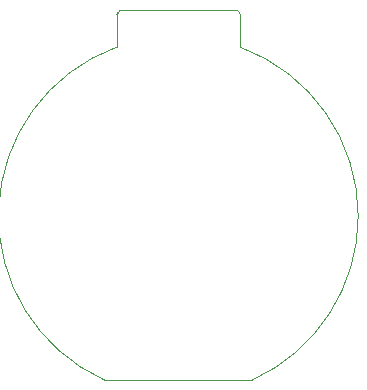
<source format=gko>
G04*
G04 #@! TF.GenerationSoftware,Altium Limited,Altium Designer,20.2.6 (244)*
G04*
G04 Layer_Color=16711935*
%FSLAX25Y25*%
%MOIN*%
G70*
G04*
G04 #@! TF.SameCoordinates,8D702C91-D224-4EEC-953A-651AC819B964*
G04*
G04*
G04 #@! TF.FilePolarity,Positive*
G04*
G01*
G75*
%ADD96C,0.00394*%
%ADD97C,0.00394*%
D96*
X-20497Y110889D02*
G03*
X-24627Y-110I20497J-56339D01*
G01*
X-20237Y122396D02*
G03*
X-20497Y121764I637J-631D01*
G01*
X-20237Y122396D02*
G03*
X-20238Y122394I284J-275D01*
G01*
X-20232Y122400D02*
G03*
X-20237Y122396I280J-280D01*
G01*
X-20236Y122397D02*
G03*
X-20237Y122396I636J-632D01*
G01*
X-20232Y122400D02*
G03*
X-20235Y122397I140J-140D01*
G01*
X-20232Y122400D02*
G03*
X-20234Y122399I137J-143D01*
G01*
D02*
G03*
X-20235Y122397I139J-142D01*
G01*
D02*
G03*
X-20236Y122397I140J-140D01*
G01*
X-20235Y122397D02*
G03*
X-20236Y122397I635J-633D01*
G01*
X-20232Y122400D02*
G03*
X-20235Y122397I632J-636D01*
G01*
X-20232Y122401D02*
G03*
X-20232Y122400I632J-636D01*
G01*
X-20231Y122402D02*
G03*
X-20232Y122401I139J-142D01*
G01*
X-20231Y122401D02*
G03*
X-20232Y122401I631J-637D01*
G01*
X-20231Y122401D02*
G03*
X-20232Y122400I139J-141D01*
G01*
X-19650Y122983D02*
G03*
X-19651Y122981I139J-141D01*
G01*
X-19650Y122983D02*
G03*
X-19651Y122981I140J-141D01*
G01*
D02*
G03*
X-19652Y122980I140J-140D01*
G01*
X-19651Y122981D02*
G03*
X-19652Y122980I281J-278D01*
G01*
X-19650Y122983D02*
G03*
X-19651Y122981I635J-632D01*
G01*
X-19030Y123247D02*
G03*
X-19650Y122983I15J-896D01*
G01*
X-19014Y123247D02*
G03*
X-19030Y123247I0J-395D01*
G01*
X-19027Y123247D02*
G03*
X-19030Y123247I12J-896D01*
G01*
X-19024Y123247D02*
G03*
X-19027Y123247I-0J-198D01*
G01*
X-19014Y123247D02*
G03*
X-19024Y123247I0J-198D01*
G01*
X19115Y123247D02*
G03*
X19114Y123247I-0J-198D01*
G01*
X19117Y123247D02*
G03*
X19115Y123247I-3J-898D01*
G01*
X19121Y123247D02*
G03*
X19117Y123247I-6J-198D01*
G01*
X19121Y123247D02*
G03*
X19117Y123247I-6J-198D01*
G01*
X19118D02*
G03*
X19117Y123247I-1J-198D01*
G01*
X19119Y123247D02*
G03*
X19118Y123247I-5J-898D01*
G01*
X19745Y122987D02*
G03*
X19119Y123247I-631J-639D01*
G01*
X19746Y122986D02*
G03*
X19745Y122987I-633J-638D01*
G01*
X19747Y122986D02*
G03*
X19746Y122986I-140J-141D01*
G01*
X19747Y122986D02*
G03*
X19746Y122986I-633J-637D01*
G01*
X19750Y122983D02*
G03*
X19747Y122986I-636J-634D01*
G01*
X19750Y122982D02*
G03*
X19750Y122983I-141J-140D01*
G01*
X19752Y122981D02*
G03*
X19750Y122982I-142J-138D01*
G01*
X19751Y122982D02*
G03*
X19750Y122982I-637J-633D01*
G01*
D02*
G03*
X19750Y122983I-637J-634D01*
G01*
X19750Y122983D02*
G03*
X19748Y122984I-143J-137D01*
G01*
D02*
G03*
X19747Y122986I-142J-139D01*
G01*
X19750Y122983D02*
G03*
X19747Y122986I-140J-140D01*
G01*
X20332Y122401D02*
G03*
X20331Y122401I-280J-279D01*
G01*
X20331D02*
G03*
X20330Y122403I-140J-140D01*
G01*
Y122403D02*
G03*
X20328Y122404I-627J-637D01*
G01*
X20330Y122402D02*
G03*
X20330Y122403I-627J-636D01*
G01*
X20331Y122402D02*
G03*
X20330Y122402I-628J-636D01*
G01*
X20331Y122401D02*
G03*
X20331Y122402I-628J-636D01*
G01*
X20332Y122401D02*
G03*
X20331Y122401I-629J-635D01*
G01*
X20597Y121771D02*
G03*
X20332Y122401I-894J-5D01*
G01*
X20597Y121771D02*
G03*
X20597Y121772I-395J-5D01*
G01*
X20597Y121766D02*
G03*
X20597Y121771I-395J0D01*
G01*
X20597Y121766D02*
G03*
X20597Y121769I-894J0D01*
G01*
X20597Y121766D02*
G03*
X20597Y121769I-198J0D01*
G01*
X59952Y54551D02*
G03*
X20597Y110853I-59951J0D01*
G01*
X59952Y54550D02*
G03*
X59952Y54551I-395J-0D01*
G01*
X24626Y-110D02*
G03*
X59952Y54550I-24625J54660D01*
G01*
X24464Y-145D02*
G03*
X24626Y-110I0J395D01*
G01*
X24464Y-145D02*
G03*
X24466Y-145I0J198D01*
G01*
X-24462Y-145D02*
G03*
X-24461Y-145I-2J395D01*
G01*
X-24464Y-145D02*
G03*
X-24462Y-145I-0J395D01*
G01*
X-24627Y-110D02*
G03*
X-24464Y-145I162J360D01*
G01*
X-20497Y110889D02*
Y121764D01*
X-20238Y122394D02*
X-20237Y122396D01*
X-20232Y122400D01*
X-20236Y122397D02*
X-20235Y122397D01*
X-20232Y122400D02*
X-20232Y122400D01*
X-20236Y122397D02*
X-20236D01*
X-20232Y122401D02*
X-20231Y122402D01*
X-20231Y122401D02*
X-20231Y122401D01*
X-20232Y122400D02*
X-19650Y122983D01*
X-19652Y122980D02*
X-19650Y122983D01*
X-19652Y122980D02*
X-19651Y122981D01*
X-19651Y122981D02*
X-19651D01*
X-19030Y123247D02*
X-19014Y123247D01*
X-19027Y123247D02*
X-19027D01*
X-19024Y123247D02*
X-19024D01*
X-19014Y123247D02*
X19114D01*
Y123247D02*
Y123247D01*
X19115Y123247D02*
X19115D01*
X19117Y123247D02*
X19117D01*
X19746Y122986D02*
X19747Y122986D01*
X19750Y122982D02*
X19752Y122981D01*
X19750Y122982D02*
X19751Y122982D01*
X19750Y122983D02*
X19750Y122983D01*
X19750Y122983D02*
X20331Y122401D01*
X20332Y122401D02*
X20332Y122401D01*
X20331Y122401D02*
X20332Y122401D01*
X20328Y122404D02*
X20330Y122403D01*
X20597Y121772D02*
X20597Y121771D01*
X20597Y121766D02*
X20597Y121766D01*
X20597Y110853D01*
X24464Y-145D02*
X24466Y-145D01*
X-24461Y-145D02*
X24464Y-145D01*
D97*
X-20235Y122397D02*
D03*
X-19652Y122980D02*
D03*
X-19651Y122981D02*
D03*
X19117Y123247D02*
D03*
X19747Y122986D02*
D03*
X20332Y122401D02*
D03*
X20332Y122401D02*
D03*
X20597Y121766D02*
D03*
Y121766D02*
D03*
D03*
X59952Y54550D02*
D03*
M02*

</source>
